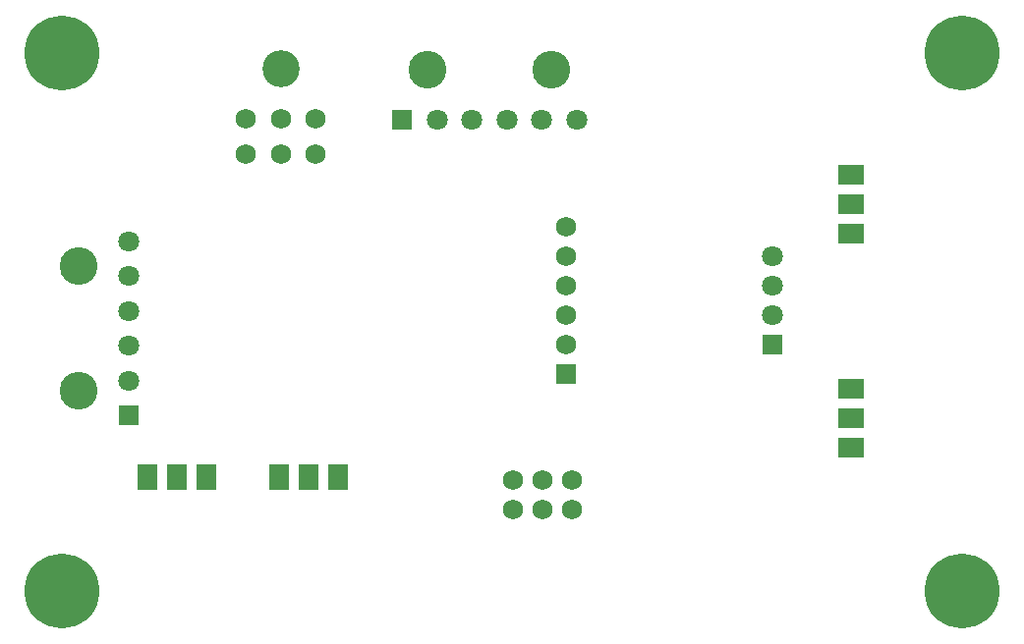
<source format=gbs>
G04*
G04 #@! TF.GenerationSoftware,Altium Limited,Altium Designer,25.0.2 (28)*
G04*
G04 Layer_Color=16711935*
%FSLAX24Y24*%
%MOIN*%
G70*
G04*
G04 #@! TF.SameCoordinates,F43946D6-5F3C-42AA-9141-687AF705E6AB*
G04*
G04*
G04 #@! TF.FilePolarity,Negative*
G04*
G01*
G75*
%ADD45C,0.0710*%
%ADD46R,0.0710X0.0710*%
%ADD47C,0.0690*%
%ADD48R,0.0690X0.0690*%
%ADD49C,0.0680*%
%ADD50C,0.1261*%
%ADD51R,0.0701X0.0902*%
%ADD52C,0.2541*%
%ADD53C,0.0712*%
%ADD54C,0.1281*%
%ADD55R,0.0712X0.0712*%
%ADD56R,0.0712X0.0712*%
%ADD57R,0.0902X0.0701*%
D45*
X47100Y31000D02*
D03*
Y30000D02*
D03*
Y29000D02*
D03*
D46*
Y28000D02*
D03*
D47*
X40100Y32000D02*
D03*
Y31000D02*
D03*
Y28000D02*
D03*
Y29000D02*
D03*
Y30000D02*
D03*
D48*
Y27000D02*
D03*
D49*
X31596Y35658D02*
D03*
Y34477D02*
D03*
X30415Y35658D02*
D03*
Y34477D02*
D03*
X29234Y35658D02*
D03*
Y34477D02*
D03*
X40300Y23400D02*
D03*
Y22400D02*
D03*
X38300D02*
D03*
X39300D02*
D03*
X38300Y23400D02*
D03*
X39300D02*
D03*
D50*
X30415Y37359D02*
D03*
D51*
X30350Y23500D02*
D03*
X31350D02*
D03*
X32350D02*
D03*
X27900D02*
D03*
X26900D02*
D03*
X25900D02*
D03*
D52*
X22996Y37903D02*
D03*
Y19620D02*
D03*
X53547D02*
D03*
Y37903D02*
D03*
D53*
X25263Y31503D02*
D03*
Y30322D02*
D03*
Y29141D02*
D03*
Y27959D02*
D03*
Y26778D02*
D03*
X35728Y35637D02*
D03*
X36909D02*
D03*
X38091D02*
D03*
X39272D02*
D03*
X40453D02*
D03*
D54*
X23562Y26444D02*
D03*
Y30656D02*
D03*
X39606Y37338D02*
D03*
X35394D02*
D03*
D55*
X25263Y25597D02*
D03*
D56*
X34547Y35637D02*
D03*
D57*
X49750Y33750D02*
D03*
Y32750D02*
D03*
Y31750D02*
D03*
Y24500D02*
D03*
Y25500D02*
D03*
Y26500D02*
D03*
M02*

</source>
